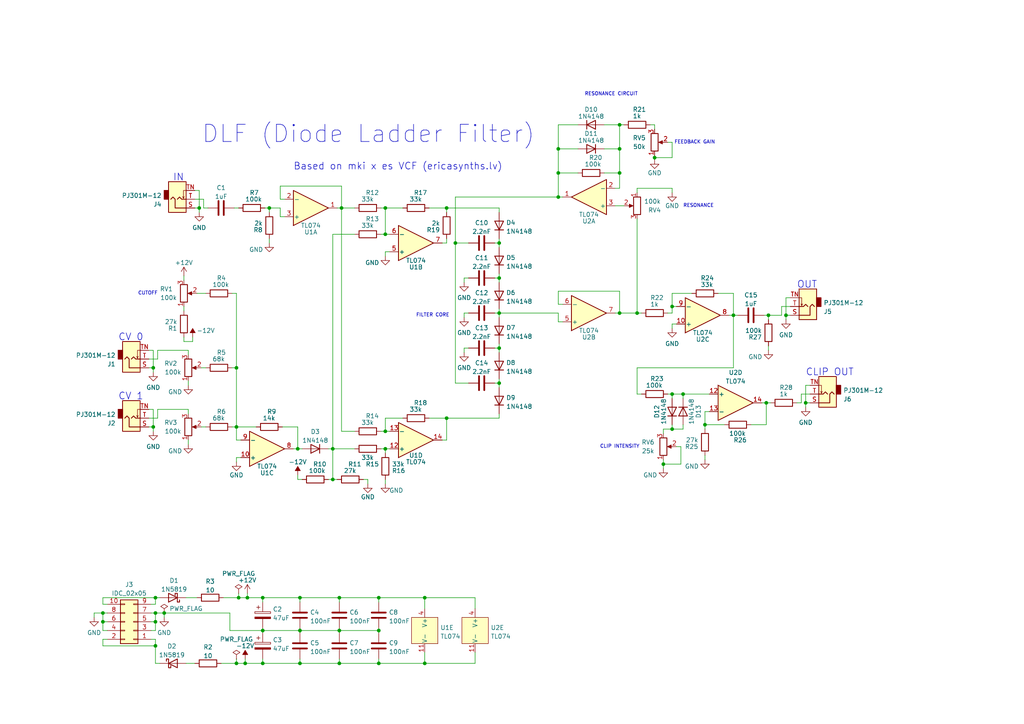
<source format=kicad_sch>
(kicad_sch (version 20211123) (generator eeschema)
  (paper "A4")
  (title_block (title "RW_EM_DLF_A") (date "2022-10-19") (rev "2022-10-19") (comment 1 "Licensed under CERN-OHL-S v2+"))
  (lib_symbols
    (symbol "Connector_Generic:Conn_02x05_Odd_Even" (pin_names (offset 1.016) hide)
      (property "Reference" "J" (at 1.27 7.62 0))
      (property "Value" "Conn_02x05_Odd_Even" (at 1.27 -7.62 0))
      (symbol "Conn_02x05_Odd_Even_1_1"
        (pin passive line (at -5.08 5.08 0) (length 3.81) (name "Pin_1") (number "1"))
        (pin passive line (at 7.62 -5.08 180) (length 3.81) (name "Pin_10") (number "10"))
        (pin passive line (at 7.62 5.08 180) (length 3.81) (name "Pin_2") (number "2"))
        (pin passive line (at -5.08 2.54 0) (length 3.81) (name "Pin_3") (number "3"))
        (pin passive line (at 7.62 2.54 180) (length 3.81) (name "Pin_4") (number "4"))
        (pin passive line (at -5.08 0 0) (length 3.81) (name "Pin_5") (number "5"))
        (pin passive line (at 7.62 0 180) (length 3.81) (name "Pin_6") (number "6"))
        (pin passive line (at -5.08 -2.54 0) (length 3.81) (name "Pin_7") (number "7"))
        (pin passive line (at 7.62 -2.54 180) (length 3.81) (name "Pin_8") (number "8"))
        (pin passive line (at -5.08 -5.08 0) (length 3.81) (name "Pin_9") (number "9"))
      )
    )
    (symbol "Device:C" (pin_numbers hide) (pin_names (offset 0.254))
      (property "Reference" "C" (at 0.635 2.54 0))
      (property "Value" "C" (at 0.635 -2.54 0))
      (symbol "C_1_1"
        (pin passive line (at 0 3.81 270) (length 2.794) (name "~") (number "1"))
        (pin passive line (at 0 -3.81 90) (length 2.794) (name "~") (number "2"))
      )
    )
    (symbol "Device:C_Polarized" (pin_numbers hide) (pin_names (offset 0.254))
      (property "Reference" "C" (at 0.635 2.54 0))
      (property "Value" "C_Polarized" (at 0.635 -2.54 0))
      (symbol "C_Polarized_1_1"
        (pin passive line (at 0 3.81 270) (length 2.794) (name "~") (number "1"))
        (pin passive line (at 0 -3.81 90) (length 2.794) (name "~") (number "2"))
      )
    )
    (symbol "Device:R" (pin_numbers hide) (pin_names (offset 0))
      (property "Reference" "R" (at 2.032 0 90))
      (property "Value" "R" (at 0 0 90))
      (symbol "R_1_1"
        (pin passive line (at 0 3.81 270) (length 1.27) (name "~") (number "1"))
        (pin passive line (at 0 -3.81 90) (length 1.27) (name "~") (number "2"))
      )
    )
    (symbol "Device:R_Potentiometer" (pin_names (offset 1.016) hide)
      (property "Reference" "RV" (at -4.445 0 90))
      (property "Value" "R_Potentiometer" (at -2.54 0 90))
      (symbol "R_Potentiometer_1_1"
        (pin passive line (at 0 3.81 270) (length 1.27) (name "1") (number "1"))
        (pin passive line (at 3.81 0 180) (length 1.27) (name "2") (number "2"))
        (pin passive line (at 0 -3.81 90) (length 1.27) (name "3") (number "3"))
      )
    )
    (symbol "Diode:1N4148" (pin_numbers hide) (pin_names (offset 1.016) hide)
      (property "Reference" "D" (at 0 2.54 0))
      (property "Value" "1N4148" (at 0 -2.54 0))
      (symbol "1N4148_1_1"
        (pin passive line (at -3.81 0 0) (length 2.54) (name "K") (number "1"))
        (pin passive line (at 3.81 0 180) (length 2.54) (name "A") (number "2"))
      )
    )
    (symbol "Diode:1N5819" (pin_numbers hide) (pin_names (offset 1.016) hide)
      (property "Reference" "D" (at 0 2.54 0))
      (property "Value" "1N5819" (at 0 -2.54 0))
      (symbol "1N5819_1_1"
        (pin passive line (at -3.81 0 0) (length 2.54) (name "K") (number "1"))
        (pin passive line (at 3.81 0 180) (length 2.54) (name "A") (number "2"))
      )
    )
    (symbol "PJ301M-12_4"
      (property "Reference" "J" (at 0 8.89 0))
      (property "Value" "PJ301M-12_4" (at 0 6.35 0))
      (symbol "PJ301M-12_4_1_1"
        (pin passive line (at 5.08 2.54 180) (length 2.54) (name "~") (number "S"))
        (pin passive line (at 5.08 0 180) (length 2.54) (name "~") (number "T"))
        (pin passive line (at 5.08 -2.54 180) (length 2.54) (name "~") (number "TN"))
      )
    )
    (symbol "RW_EurorackModular:TL074" (pin_names (offset 0.127))
      (property "Reference" "U" (at 0 5.08 0))
      (property "Value" "TL074" (at 0 -5.08 0))
      (symbol "TL074_1_1"
        (pin output line (at 7.62 0 180) (length 2.54) (name "~") (number "1"))
        (pin input line (at -7.62 -2.54 0) (length 2.54) (name "-") (number "2"))
        (pin input line (at -7.62 2.54 0) (length 2.54) (name "+") (number "3"))
      )
      (symbol "TL074_2_1"
        (pin input line (at -7.62 2.54 0) (length 2.54) (name "+") (number "5"))
        (pin input line (at -7.62 -2.54 0) (length 2.54) (name "-") (number "6"))
        (pin output line (at 7.62 0 180) (length 2.54) (name "~") (number "7"))
      )
      (symbol "TL074_3_1"
        (pin input line (at -7.62 2.54 0) (length 2.54) (name "+") (number "10"))
        (pin output line (at 7.62 0 180) (length 2.54) (name "~") (number "8"))
        (pin input line (at -7.62 -2.54 0) (length 2.54) (name "-") (number "9"))
      )
      (symbol "TL074_4_1"
        (pin input line (at -7.62 2.54 0) (length 2.54) (name "+") (number "12"))
        (pin input line (at -7.62 -2.54 0) (length 2.54) (name "-") (number "13"))
        (pin output line (at 7.62 0 180) (length 2.54) (name "~") (number "14"))
      )
      (symbol "TL074_5_1"
        (pin power_in line (at 0 -6.35 90) (length 2.54) (name "V-") (number "11"))
        (pin power_in line (at 0 6.35 270) (length 2.54) (name "V+") (number "4"))
      )
    )
    (symbol "power:+12V" (power) (pin_names (offset 0))
      (property "Value" "+12V" (at 0 3.556 0))
      (symbol "+12V_1_1"
        (pin power_in line (at 0 0 90) (length 0) hide (name "+12V") (number "1"))
      )
    )
    (symbol "power:-12V" (power) (pin_names (offset 0))
      (property "Value" "-12V" (at 0 3.81 0))
      (symbol "-12V_0_0"
        (pin power_in line (at 0 0 90) (length 0) hide (name "-12V") (number "1"))
      )
    )
    (symbol "power:GND" (power) (pin_names (offset 0))
      (property "Value" "GND" (at 0 -3.81 0))
      (symbol "GND_1_1"
        (pin power_in line (at 0 0 270) (length 0) hide (name "GND") (number "1"))
      )
    )
    (symbol "power:PWR_FLAG" (power) (pin_numbers hide) (pin_names (offset 0) hide)
      (property "Value" "PWR_FLAG" (at 0 3.81 0))
      (symbol "PWR_FLAG_0_0"
        (pin power_out line (at 0 0 90) (length 0) (name "pwr") (number "1"))
      )
    )
  )
  (junction (at 78.105 60.325))
  (junction (at 45.085 187.325))
  (junction (at 144.78 70.485))
  (junction (at 144.78 80.645))
  (junction (at 161.925 50.165))
  (junction (at 96.52 130.175))
  (junction (at 179.705 36.195))
  (junction (at 204.47 123.19))
  (junction (at 161.925 43.18))
  (junction (at 86.995 182.88))
  (junction (at 109.855 192.405))
  (junction (at 96.52 139.065))
  (junction (at 69.215 173.355))
  (junction (at 132.08 70.485))
  (junction (at 189.865 45.72))
  (junction (at 123.19 173.355))
  (junction (at 144.78 111.125))
  (junction (at 44.45 106.68))
  (junction (at 76.2 192.405))
  (junction (at 44.45 123.825))
  (junction (at 47.625 177.8))
  (junction (at 227.965 91.44))
  (junction (at 179.705 50.165))
  (junction (at 233.68 116.84))
  (junction (at 194.945 114.3))
  (junction (at 212.725 91.44))
  (junction (at 123.19 192.405))
  (junction (at 144.78 90.805))
  (junction (at 98.425 182.88))
  (junction (at 68.58 123.825))
  (junction (at 111.76 60.325))
  (junction (at 29.845 180.34))
  (junction (at 111.76 67.945))
  (junction (at 71.12 192.405))
  (junction (at 29.845 177.8))
  (junction (at 98.425 192.405))
  (junction (at 161.925 57.15))
  (junction (at 184.785 90.805))
  (junction (at 68.58 106.68))
  (junction (at 45.085 180.34))
  (junction (at 98.425 173.355))
  (junction (at 68.58 192.405))
  (junction (at 86.995 173.355))
  (junction (at 144.78 100.965))
  (junction (at 222.25 116.84))
  (junction (at 192.405 134.62))
  (junction (at 76.2 182.88))
  (junction (at 129.54 60.325))
  (junction (at 45.085 177.8))
  (junction (at 111.76 130.175))
  (junction (at 109.855 173.355))
  (junction (at 179.705 90.805))
  (junction (at 179.705 43.18))
  (junction (at 194.945 124.46))
  (junction (at 57.785 60.325))
  (junction (at 71.755 173.355))
  (junction (at 86.995 192.405))
  (junction (at 222.885 91.44))
  (junction (at 76.2 173.355))
  (junction (at 198.12 114.3))
  (junction (at 99.06 60.325))
  (junction (at 194.945 88.9))
  (junction (at 86.36 130.175))
  (junction (at 129.54 121.285))
  (junction (at 45.085 173.355))
  (junction (at 111.76 125.095))
  (junction (at 109.855 182.88))
  (wire (pts (xy 81.28 53.975) (xy 99.06 53.975)))
  (wire (pts (xy 44.45 123.825) (xy 43.18 123.825)))
  (wire (pts (xy 95.25 139.065) (xy 96.52 139.065)))
  (wire (pts (xy 56.515 57.785) (xy 59.055 57.785)))
  (wire (pts (xy 45.085 177.8) (xy 47.625 177.8)))
  (wire (pts (xy 86.995 174.625) (xy 86.995 173.355)))
  (wire (pts (xy 189.865 37.465) (xy 189.865 36.195)))
  (wire (pts (xy 53.975 173.355) (xy 57.15 173.355)))
  (wire (pts (xy 76.2 182.245) (xy 76.2 182.88)))
  (wire (pts (xy 111.76 125.095) (xy 113.03 125.095)))
  (wire (pts (xy 45.085 175.26) (xy 43.815 175.26)))
  (wire (pts (xy 99.06 125.095) (xy 102.87 125.095)))
  (wire (pts (xy 163.195 88.265) (xy 161.925 88.265)))
  (wire (pts (xy 194.945 114.3) (xy 194.945 115.57)))
  (wire (pts (xy 66.675 177.8) (xy 66.675 182.88)))
  (wire (pts (xy 109.855 182.88) (xy 109.855 183.515)))
  (wire (pts (xy 212.725 91.44) (xy 211.455 91.44)))
  (wire (pts (xy 44.45 118.745) (xy 43.18 118.745)))
  (wire (pts (xy 45.085 187.325) (xy 45.085 185.42)))
  (wire (pts (xy 144.78 70.485) (xy 144.78 71.755)))
  (wire (pts (xy 71.755 173.355) (xy 71.755 172.085)))
  (wire (pts (xy 137.795 173.355) (xy 137.795 176.53)))
  (wire (pts (xy 233.68 116.84) (xy 233.68 111.76)))
  (wire (pts (xy 161.925 50.165) (xy 161.925 43.18)))
  (wire (pts (xy 99.06 60.325) (xy 97.79 60.325)))
  (wire (pts (xy 227.965 86.36) (xy 229.235 86.36)))
  (wire (pts (xy 233.68 111.76) (xy 234.95 111.76)))
  (wire (pts (xy 204.47 123.19) (xy 204.47 119.38)))
  (wire (pts (xy 194.945 88.9) (xy 194.945 85.09)))
  (wire (pts (xy 194.945 90.805) (xy 194.945 88.9)))
  (wire (pts (xy 192.405 134.62) (xy 192.405 133.35)))
  (wire (pts (xy 82.55 62.865) (xy 81.28 62.865)))
  (wire (pts (xy 76.2 182.88) (xy 76.2 183.515)))
  (wire (pts (xy 57.785 60.325) (xy 56.515 60.325)))
  (wire (pts (xy 96.52 139.065) (xy 97.79 139.065)))
  (wire (pts (xy 123.19 173.355) (xy 123.19 176.53)))
  (wire (pts (xy 192.405 124.46) (xy 192.405 125.73)))
  (wire (pts (xy 44.45 106.68) (xy 44.45 107.95)))
  (wire (pts (xy 68.58 123.825) (xy 67.31 123.825)))
  (wire (pts (xy 135.89 100.965) (xy 134.62 100.965)))
  (wire (pts (xy 29.845 185.42) (xy 29.845 187.325)))
  (wire (pts (xy 144.78 90.805) (xy 144.78 92.075)))
  (wire (pts (xy 71.12 192.405) (xy 71.12 191.135)))
  (wire (pts (xy 109.855 192.405) (xy 123.19 192.405)))
  (wire (pts (xy 197.485 134.62) (xy 192.405 134.62)))
  (wire (pts (xy 99.06 60.325) (xy 99.06 125.095)))
  (wire (pts (xy 111.76 121.285) (xy 111.76 125.095)))
  (wire (pts (xy 194.945 85.09) (xy 200.66 85.09)))
  (wire (pts (xy 29.845 182.88) (xy 31.115 182.88)))
  (wire (pts (xy 184.785 54.61) (xy 194.945 54.61)))
  (wire (pts (xy 222.885 91.44) (xy 226.695 91.44)))
  (wire (pts (xy 179.705 36.195) (xy 175.26 36.195)))
  (wire (pts (xy 129.54 69.215) (xy 129.54 70.485)))
  (wire (pts (xy 45.085 173.355) (xy 45.085 175.26)))
  (wire (pts (xy 111.76 130.175) (xy 111.76 131.445)))
  (wire (pts (xy 98.425 191.135) (xy 98.425 192.405)))
  (wire (pts (xy 232.41 114.3) (xy 232.41 116.84)))
  (wire (pts (xy 194.945 93.98) (xy 194.945 95.25)))
  (wire (pts (xy 111.76 139.065) (xy 111.76 140.335)))
  (wire (pts (xy 194.945 41.275) (xy 193.675 41.275)))
  (wire (pts (xy 29.845 173.355) (xy 45.085 173.355)))
  (wire (pts (xy 86.995 182.245) (xy 86.995 182.88)))
  (wire (pts (xy 78.105 61.595) (xy 78.105 60.325)))
  (wire (pts (xy 76.2 182.88) (xy 86.995 182.88)))
  (wire (pts (xy 69.85 132.715) (xy 68.58 132.715)))
  (wire (pts (xy 161.925 88.265) (xy 161.925 84.455)))
  (wire (pts (xy 86.36 139.065) (xy 87.63 139.065)))
  (wire (pts (xy 134.62 90.805) (xy 134.62 92.075)))
  (wire (pts (xy 59.055 57.785) (xy 59.055 60.325)))
  (wire (pts (xy 208.28 85.09) (xy 212.725 85.09)))
  (wire (pts (xy 86.995 182.88) (xy 98.425 182.88)))
  (wire (pts (xy 222.25 116.84) (xy 222.25 123.19)))
  (wire (pts (xy 231.14 116.84) (xy 232.41 116.84)))
  (wire (pts (xy 113.03 73.025) (xy 111.76 73.025)))
  (wire (pts (xy 44.45 106.68) (xy 44.45 101.6)))
  (wire (pts (xy 109.855 173.355) (xy 123.19 173.355)))
  (wire (pts (xy 124.46 60.325) (xy 129.54 60.325)))
  (wire (pts (xy 99.06 53.975) (xy 99.06 60.325)))
  (wire (pts (xy 86.995 192.405) (xy 86.995 191.135)))
  (wire (pts (xy 78.105 60.325) (xy 81.28 60.325)))
  (wire (pts (xy 222.25 116.84) (xy 223.52 116.84)))
  (wire (pts (xy 53.34 97.79) (xy 53.34 99.06)))
  (wire (pts (xy 111.76 60.325) (xy 116.84 60.325)))
  (wire (pts (xy 194.945 124.46) (xy 192.405 124.46)))
  (wire (pts (xy 227.965 91.44) (xy 227.965 86.36)))
  (wire (pts (xy 144.78 100.965) (xy 144.78 102.235)))
  (wire (pts (xy 178.435 59.69) (xy 180.975 59.69)))
  (wire (pts (xy 67.945 60.325) (xy 69.215 60.325)))
  (wire (pts (xy 105.41 139.065) (xy 106.68 139.065)))
  (wire (pts (xy 143.51 90.805) (xy 144.78 90.805)))
  (wire (pts (xy 45.085 180.34) (xy 45.085 182.88)))
  (wire (pts (xy 67.31 106.68) (xy 68.58 106.68)))
  (wire (pts (xy 54.61 101.6) (xy 54.61 102.87)))
  (wire (pts (xy 198.12 124.46) (xy 194.945 124.46)))
  (wire (pts (xy 193.675 90.805) (xy 194.945 90.805)))
  (wire (pts (xy 132.08 70.485) (xy 135.89 70.485)))
  (wire (pts (xy 129.54 121.285) (xy 129.54 127.635)))
  (wire (pts (xy 59.055 60.325) (xy 60.325 60.325)))
  (wire (pts (xy 57.785 60.325) (xy 57.785 61.595)))
  (wire (pts (xy 47.625 177.8) (xy 47.625 179.07)))
  (wire (pts (xy 212.725 91.44) (xy 213.995 91.44)))
  (wire (pts (xy 102.87 67.945) (xy 96.52 67.945)))
  (wire (pts (xy 110.49 125.095) (xy 111.76 125.095)))
  (wire (pts (xy 233.68 116.84) (xy 233.68 118.11)))
  (wire (pts (xy 86.995 173.355) (xy 98.425 173.355)))
  (wire (pts (xy 198.12 123.19) (xy 198.12 124.46)))
  (wire (pts (xy 144.78 121.285) (xy 144.78 120.015)))
  (wire (pts (xy 98.425 182.88) (xy 98.425 182.245)))
  (wire (pts (xy 116.84 121.285) (xy 111.76 121.285)))
  (wire (pts (xy 44.45 123.825) (xy 44.45 125.095)))
  (wire (pts (xy 234.95 114.3) (xy 232.41 114.3)))
  (wire (pts (xy 29.845 187.325) (xy 45.085 187.325)))
  (wire (pts (xy 44.45 101.6) (xy 43.18 101.6)))
  (wire (pts (xy 161.925 93.345) (xy 163.195 93.345)))
  (wire (pts (xy 86.995 192.405) (xy 98.425 192.405)))
  (wire (pts (xy 96.52 67.945) (xy 96.52 130.175)))
  (wire (pts (xy 179.705 50.165) (xy 179.705 43.18)))
  (wire (pts (xy 58.42 123.825) (xy 59.69 123.825)))
  (wire (pts (xy 68.58 192.405) (xy 68.58 191.135)))
  (wire (pts (xy 27.305 177.8) (xy 27.305 179.07)))
  (wire (pts (xy 78.105 60.325) (xy 76.835 60.325)))
  (wire (pts (xy 44.45 123.825) (xy 44.45 118.745)))
  (wire (pts (xy 81.28 62.865) (xy 81.28 60.325)))
  (wire (pts (xy 135.89 90.805) (xy 134.62 90.805)))
  (wire (pts (xy 57.15 85.09) (xy 59.69 85.09)))
  (wire (pts (xy 123.19 173.355) (xy 137.795 173.355)))
  (wire (pts (xy 86.36 130.175) (xy 87.63 130.175)))
  (wire (pts (xy 98.425 182.88) (xy 98.425 183.515)))
  (wire (pts (xy 196.215 93.98) (xy 194.945 93.98)))
  (wire (pts (xy 196.215 129.54) (xy 197.485 129.54)))
  (wire (pts (xy 194.945 88.9) (xy 196.215 88.9)))
  (wire (pts (xy 47.625 177.8) (xy 66.675 177.8)))
  (wire (pts (xy 98.425 192.405) (xy 109.855 192.405)))
  (wire (pts (xy 68.58 132.715) (xy 68.58 133.985)))
  (wire (pts (xy 44.45 106.68) (xy 43.18 106.68)))
  (wire (pts (xy 54.61 118.745) (xy 54.61 120.015)))
  (wire (pts (xy 86.995 182.88) (xy 86.995 183.515)))
  (wire (pts (xy 53.34 88.9) (xy 53.34 90.17)))
  (wire (pts (xy 184.785 114.3) (xy 186.055 114.3)))
  (wire (pts (xy 204.47 132.08) (xy 204.47 133.35)))
  (wire (pts (xy 212.725 106.68) (xy 184.785 106.68)))
  (wire (pts (xy 45.085 185.42) (xy 43.815 185.42)))
  (wire (pts (xy 129.54 70.485) (xy 128.27 70.485)))
  (wire (pts (xy 58.42 106.68) (xy 59.69 106.68)))
  (wire (pts (xy 194.945 124.46) (xy 194.945 123.19)))
  (wire (pts (xy 189.865 45.085) (xy 189.865 45.72)))
  (wire (pts (xy 45.085 182.88) (xy 43.815 182.88)))
  (wire (pts (xy 161.925 36.195) (xy 161.925 43.18)))
  (wire (pts (xy 194.945 114.3) (xy 198.12 114.3)))
  (wire (pts (xy 124.46 121.285) (xy 129.54 121.285)))
  (wire (pts (xy 184.785 63.5) (xy 184.785 90.805)))
  (wire (pts (xy 111.76 73.025) (xy 111.76 74.295)))
  (wire (pts (xy 29.845 175.26) (xy 29.845 173.355)))
  (wire (pts (xy 31.115 177.8) (xy 29.845 177.8)))
  (wire (pts (xy 212.725 85.09) (xy 212.725 91.44)))
  (wire (pts (xy 69.215 173.355) (xy 69.215 172.085)))
  (wire (pts (xy 74.295 123.825) (xy 68.58 123.825)))
  (wire (pts (xy 144.78 89.535) (xy 144.78 90.805)))
  (wire (pts (xy 64.77 173.355) (xy 69.215 173.355)))
  (wire (pts (xy 129.54 60.325) (xy 129.54 61.595)))
  (wire (pts (xy 31.115 175.26) (xy 29.845 175.26)))
  (wire (pts (xy 76.2 174.625) (xy 76.2 173.355)))
  (wire (pts (xy 161.925 57.15) (xy 161.925 50.165)))
  (wire (pts (xy 179.705 90.805) (xy 178.435 90.805)))
  (wire (pts (xy 98.425 173.355) (xy 109.855 173.355)))
  (wire (pts (xy 96.52 130.175) (xy 102.87 130.175)))
  (wire (pts (xy 189.865 36.195) (xy 188.595 36.195)))
  (wire (pts (xy 221.615 91.44) (xy 222.885 91.44)))
  (wire (pts (xy 189.865 45.72) (xy 189.865 46.355)))
  (wire (pts (xy 71.755 173.355) (xy 76.2 173.355)))
  (wire (pts (xy 134.62 100.965) (xy 134.62 102.235)))
  (wire (pts (xy 81.28 57.785) (xy 81.28 53.975)))
  (wire (pts (xy 135.89 80.645) (xy 134.62 80.645)))
  (wire (pts (xy 197.485 129.54) (xy 197.485 134.62)))
  (wire (pts (xy 179.705 84.455) (xy 179.705 90.805)))
  (wire (pts (xy 123.19 192.405) (xy 137.795 192.405)))
  (wire (pts (xy 66.675 182.88) (xy 76.2 182.88)))
  (wire (pts (xy 55.88 99.06) (xy 55.88 97.79)))
  (wire (pts (xy 143.51 80.645) (xy 144.78 80.645)))
  (wire (pts (xy 144.78 111.125) (xy 144.78 112.395)))
  (wire (pts (xy 68.58 85.09) (xy 68.58 106.68)))
  (wire (pts (xy 220.98 116.84) (xy 222.25 116.84)))
  (wire (pts (xy 76.2 173.355) (xy 86.995 173.355)))
  (wire (pts (xy 29.845 177.8) (xy 29.845 180.34)))
  (wire (pts (xy 111.76 67.945) (xy 113.03 67.945)))
  (wire (pts (xy 54.61 110.49) (xy 54.61 111.76)))
  (wire (pts (xy 110.49 60.325) (xy 111.76 60.325)))
  (wire (pts (xy 137.795 189.23) (xy 137.795 192.405)))
  (wire (pts (xy 189.865 45.72) (xy 194.945 45.72)))
  (wire (pts (xy 129.54 127.635) (xy 128.27 127.635)))
  (wire (pts (xy 192.405 134.62) (xy 192.405 135.89)))
  (wire (pts (xy 129.54 60.325) (xy 144.78 60.325)))
  (wire (pts (xy 144.78 80.645) (xy 144.78 81.915)))
  (wire (pts (xy 111.76 130.175) (xy 113.03 130.175)))
  (wire (pts (xy 45.085 173.355) (xy 46.355 173.355)))
  (wire (pts (xy 123.19 189.23) (xy 123.19 192.405)))
  (wire (pts (xy 212.725 91.44) (xy 212.725 106.68)))
  (wire (pts (xy 204.47 119.38) (xy 205.74 119.38)))
  (wire (pts (xy 99.06 60.325) (xy 102.87 60.325)))
  (wire (pts (xy 109.855 191.135) (xy 109.855 192.405)))
  (wire (pts (xy 135.89 111.125) (xy 132.08 111.125)))
  (wire (pts (xy 98.425 182.88) (xy 109.855 182.88)))
  (wire (pts (xy 129.54 121.285) (xy 144.78 121.285)))
  (wire (pts (xy 53.34 80.01) (xy 53.34 81.28)))
  (wire (pts (xy 45.085 177.8) (xy 45.085 180.34)))
  (wire (pts (xy 222.25 123.19) (xy 217.805 123.19)))
  (wire (pts (xy 226.695 88.9) (xy 226.695 91.44)))
  (wire (pts (xy 233.68 116.84) (xy 234.95 116.84)))
  (wire (pts (xy 29.845 180.34) (xy 31.115 180.34)))
  (wire (pts (xy 82.55 57.785) (xy 81.28 57.785)))
  (wire (pts (xy 161.925 50.165) (xy 167.64 50.165)))
  (wire (pts (xy 57.785 60.325) (xy 57.785 55.245)))
  (wire (pts (xy 163.195 57.15) (xy 161.925 57.15)))
  (wire (pts (xy 227.965 91.44) (xy 229.235 91.44)))
  (wire (pts (xy 106.68 139.065) (xy 106.68 140.335)))
  (wire (pts (xy 57.785 55.245) (xy 56.515 55.245)))
  (wire (pts (xy 68.58 127.635) (xy 69.85 127.635)))
  (wire (pts (xy 143.51 70.485) (xy 144.78 70.485)))
  (wire (pts (xy 132.08 70.485) (xy 132.08 57.15)))
  (wire (pts (xy 144.78 99.695) (xy 144.78 100.965)))
  (wire (pts (xy 134.62 80.645) (xy 134.62 81.915)))
  (wire (pts (xy 81.915 123.825) (xy 86.36 123.825)))
  (wire (pts (xy 45.72 101.6) (xy 54.61 101.6)))
  (wire (pts (xy 144.78 79.375) (xy 144.78 80.645)))
  (wire (pts (xy 45.085 187.325) (xy 45.085 192.405)))
  (wire (pts (xy 204.47 123.19) (xy 204.47 124.46)))
  (wire (pts (xy 68.58 106.68) (xy 68.58 123.825)))
  (wire (pts (xy 76.2 192.405) (xy 86.995 192.405)))
  (wire (pts (xy 210.185 123.19) (xy 204.47 123.19)))
  (wire (pts (xy 45.72 104.14) (xy 45.72 101.6)))
  (wire (pts (xy 194.945 45.72) (xy 194.945 41.275)))
  (wire (pts (xy 178.435 54.61) (xy 179.705 54.61)))
  (wire (pts (xy 43.18 104.14) (xy 45.72 104.14)))
  (wire (pts (xy 43.815 180.34) (xy 45.085 180.34)))
  (wire (pts (xy 29.845 185.42) (xy 31.115 185.42)))
  (wire (pts (xy 143.51 100.965) (xy 144.78 100.965)))
  (wire (pts (xy 229.235 88.9) (xy 226.695 88.9)))
  (wire (pts (xy 68.58 123.825) (xy 68.58 127.635)))
  (wire (pts (xy 43.815 177.8) (xy 45.085 177.8)))
  (wire (pts (xy 184.785 90.805) (xy 186.055 90.805)))
  (wire (pts (xy 71.12 192.405) (xy 76.2 192.405)))
  (wire (pts (xy 54.61 127.635) (xy 54.61 128.905)))
  (wire (pts (xy 109.855 182.88) (xy 109.855 182.245)))
  (wire (pts (xy 184.785 55.88) (xy 184.785 54.61)))
  (wire (pts (xy 179.705 43.18) (xy 179.705 36.195)))
  (wire (pts (xy 76.2 191.135) (xy 76.2 192.405)))
  (wire (pts (xy 96.52 130.175) (xy 96.52 139.065)))
  (wire (pts (xy 222.885 100.33) (xy 222.885 101.6)))
  (wire (pts (xy 175.26 50.165) (xy 179.705 50.165)))
  (wire (pts (xy 167.64 36.195) (xy 161.925 36.195)))
  (wire (pts (xy 78.105 69.215) (xy 78.105 70.485)))
  (wire (pts (xy 198.12 114.3) (xy 205.74 114.3)))
  (wire (pts (xy 45.72 118.745) (xy 54.61 118.745)))
  (wire (pts (xy 98.425 173.355) (xy 98.425 174.625)))
  (wire (pts (xy 193.675 114.3) (xy 194.945 114.3)))
  (wire (pts (xy 184.785 106.68) (xy 184.785 114.3)))
  (wire (pts (xy 110.49 67.945) (xy 111.76 67.945)))
  (wire (pts (xy 85.09 130.175) (xy 86.36 130.175)))
  (wire (pts (xy 29.845 177.8) (xy 27.305 177.8)))
  (wire (pts (xy 53.34 99.06) (xy 55.88 99.06)))
  (wire (pts (xy 144.78 69.215) (xy 144.78 70.485)))
  (wire (pts (xy 227.965 91.44) (xy 227.965 92.71)))
  (wire (pts (xy 45.085 192.405) (xy 46.355 192.405)))
  (wire (pts (xy 179.705 36.195) (xy 180.975 36.195)))
  (wire (pts (xy 184.785 90.805) (xy 179.705 90.805)))
  (wire (pts (xy 109.855 174.625) (xy 109.855 173.355)))
  (wire (pts (xy 161.925 43.18) (xy 167.64 43.18)))
  (wire (pts (xy 144.78 90.805) (xy 161.925 90.805)))
  (wire (pts (xy 67.31 85.09) (xy 68.58 85.09)))
  (wire (pts (xy 64.135 192.405) (xy 68.58 192.405)))
  (wire (pts (xy 132.08 111.125) (xy 132.08 70.485)))
  (wire (pts (xy 198.12 114.3) (xy 198.12 115.57)))
  (wire (pts (xy 161.925 90.805) (xy 161.925 93.345)))
  (wire (pts (xy 143.51 111.125) (xy 144.78 111.125)))
  (wire (pts (xy 69.215 173.355) (xy 71.755 173.355)))
  (wire (pts (xy 86.36 137.795) (xy 86.36 139.065)))
  (wire (pts (xy 161.925 84.455) (xy 179.705 84.455)))
  (wire (pts (xy 222.885 91.44) (xy 222.885 92.71)))
  (wire (pts (xy 111.76 60.325) (xy 111.76 67.945)))
  (wire (pts (xy 175.26 43.18) (xy 179.705 43.18)))
  (wire (pts (xy 110.49 130.175) (xy 111.76 130.175)))
  (wire (pts (xy 194.945 54.61) (xy 194.945 55.88)))
  (wire (pts (xy 132.08 57.15) (xy 161.925 57.15)))
  (wire (pts (xy 144.78 60.325) (xy 144.78 61.595)))
  (wire (pts (xy 144.78 109.855) (xy 144.78 111.125)))
  (wire (pts (xy 95.25 130.175) (xy 96.52 130.175)))
  (wire (pts (xy 43.18 121.285) (xy 45.72 121.285)))
  (wire (pts (xy 29.845 180.34) (xy 29.845 182.88)))
  (wire (pts (xy 53.975 192.405) (xy 56.515 192.405)))
  (wire (pts (xy 45.72 121.285) (xy 45.72 118.745)))
  (wire (pts (xy 179.705 54.61) (xy 179.705 50.165)))
  (wire (pts (xy 86.36 123.825) (xy 86.36 130.175)))
  (wire (pts (xy 68.58 192.405) (xy 71.12 192.405)))
  (text "CLIP OUT" (at 233.68 109.22 0) (effects (font (size 2 2)) (justify left bottom)))
  (text "FEEDBACK GAIN" (at 195.58 41.91 0) (effects (font (size 1 1)) (justify left bottom)))
  (text "CV 1" (at 34.29 116.205 0) (effects (font (size 2 2)) (justify left bottom)))
  (text "CV 0" (at 34.29 99.06 0) (effects (font (size 2 2)) (justify left bottom)))
  (text "CLIP INTENSITY" (at 173.99 130.175 0) (effects (font (size 1 1)) (justify left bottom)))
  (text "FILTER CORE" (at 120.65 92.075 0) (effects (font (size 1 1)) (justify left bottom)))
  (text "IN" (at 50.165 52.705 0) (effects (font (size 2 2)) (justify left bottom)))
  (text "RESONANCE CIRCUIT" (at 169.545 27.94 0) (effects (font (size 1 1)) (justify left bottom)))
  (text "RESONANCE" (at 198.12 60.325 0) (effects (font (size 1 1)) (justify left bottom)))
  (text "Based on mki x es VCF (ericasynths.lv)" (at 85.09 49.53 0) (effects (font (size 2 2)) (justify left bottom)))
  (text "DLF (Diode Ladder Filter)" (at 58.42 41.91 0) (effects (font (size 5 5)) (justify left bottom)))
  (text "CUTOFF" (at 40.005 85.725 0) (effects (font (size 1 1)) (justify left bottom)))
  (text "OUT" (at 231.14 83.82 0) (effects (font (size 2 2)) (justify left bottom)))
  (symbol (lib_id "power:GND") (at 194.945 55.88 0) (unit 1)
    (property "Reference" "#PWR023" (effects hide))
    (property "Value" "GND" (at 194.945 59.69 0))
  )
  (symbol (lib_id "Device:R") (at 91.44 139.065 270) (unit 1)
    (property "Reference" "R10" (at 90.805 134.62 90) (effects (justify left)))
    (property "Value" "100k" (at 89.535 136.525 90) (effects (justify left)))
    (property "Footprint" "Resistor_THT:R_Axial_DIN0207_L6.3mm_D2.5mm_P10.16mm_Horizontal" (effects hide))
  )
  (symbol (lib_id "Device:R") (at 120.65 60.325 270) (unit 1)
    (property "Reference" "R17" (at 120.015 55.88 90) (effects (justify left)))
    (property "Value" "33k" (at 118.745 57.785 90) (effects (justify left)))
    (property "Footprint" "Resistor_THT:R_Axial_DIN0207_L6.3mm_D2.5mm_P2.54mm_Vertical" (effects hide))
  )
  (symbol (lib_id "Device:R") (at 78.105 123.825 270) (unit 1)
    (property "Reference" "R9" (at 77.47 119.38 90) (effects (justify left)))
    (property "Value" "14k" (at 76.2 121.285 90) (effects (justify left)))
    (property "Footprint" "Resistor_THT:R_Axial_DIN0207_L6.3mm_D2.5mm_P2.54mm_Vertical" (effects hide))
  )
  (symbol (lib_id "Device:C") (at 139.7 80.645 90) (unit 1)
    (property "Reference" "C11" (at 139.7 74.7862 90))
    (property "Value" "2.2nF" (at 139.7 77.3231 90))
    (property "Footprint" "Capacitor_THT:C_Rect_L7.2mm_W5.5mm_P5.00mm_FKS2_FKP2_MKS2_MKP2" (effects hide))
  )
  (symbol (lib_id "Diode:1N4148") (at 171.45 36.195 0) (mirror x) (unit 1)
    (property "Reference" "D10" (at 171.45 31.75 0))
    (property "Value" "1N4148" (at 171.45 33.7621 0))
    (property "Footprint" "Diode_THT:D_DO-35_SOD27_P7.62mm_Horizontal" (effects hide))
    (property "Datasheet" "https://assets.nexperia.com/documents/data-sheet/1N4148_1N4448.pdf" (effects hide))
  )
  (symbol (lib_id "Device:R_Potentiometer") (at 53.34 85.09 0) (mirror x) (unit 1)
    (property "Reference" "RV1" (at 48.26 83.82 0))
    (property "Value" "100k" (at 48.895 86.36 0))
    (property "Footprint" "RW_EurorackModular:Potentiometer_Alpha_RD901F-40-00D_Single_Vertical" (effects hide))
  )
  (symbol (lib_id "Device:R") (at 222.885 96.52 180) (unit 1)
    (property "Reference" "R27" (at 220.98 97.79 0) (effects (justify left)))
    (property "Value" "100k" (at 220.98 95.885 0) (effects (justify left)))
    (property "Footprint" "Resistor_THT:R_Axial_DIN0207_L6.3mm_D2.5mm_P2.54mm_Vertical" (effects hide))
  )
  (symbol (lib_id "power:GND") (at 44.45 125.095 0) (unit 1)
    (property "Reference" "#PWR03" (effects hide))
    (property "Value" "GND" (at 44.45 129.5384 0))
  )
  (symbol (lib_id "Device:R") (at 106.68 60.325 270) (unit 1)
    (property "Reference" "R12" (at 106.045 55.88 90) (effects (justify left)))
    (property "Value" "33k" (at 104.775 57.785 90) (effects (justify left)))
    (property "Footprint" "Resistor_THT:R_Axial_DIN0207_L6.3mm_D2.5mm_P2.54mm_Vertical" (effects hide))
  )
  (symbol (lib_id "power:GND") (at 111.76 140.335 0) (unit 1)
    (property "Reference" "#PWR017" (effects hide))
    (property "Value" "GND" (at 114.935 142.24 0))
  )
  (symbol (lib_id "power:PWR_FLAG") (at 69.215 172.085 0) (unit 1)
    (property "Reference" "#FLG03" (effects hide))
    (property "Value" "PWR_FLAG" (at 69.215 166.37 0))
  )
  (symbol (lib_id "Device:R") (at 63.5 106.68 270) (unit 1)
    (property "Reference" "R5" (at 62.865 102.235 90) (effects (justify left)))
    (property "Value" "68k" (at 61.595 104.14 90) (effects (justify left)))
    (property "Footprint" "Resistor_THT:R_Axial_DIN0207_L6.3mm_D2.5mm_P2.54mm_Vertical" (effects hide))
  )
  (symbol (lib_id "Diode:1N4148") (at 171.45 43.18 180) (unit 1)
    (property "Reference" "D11" (at 171.45 38.735 0))
    (property "Value" "1N4148" (at 171.45 40.7471 0))
    (property "Footprint" "Diode_THT:D_DO-35_SOD27_P7.62mm_Horizontal" (effects hide))
    (property "Datasheet" "https://assets.nexperia.com/documents/data-sheet/1N4148_1N4448.pdf" (effects hide))
  )
  (symbol (lib_id "Device:R") (at 213.995 123.19 270) (mirror x) (unit 1)
    (property "Reference" "R26" (at 212.725 127.635 90) (effects (justify left)))
    (property "Value" "100k" (at 211.455 125.73 90) (effects (justify left)))
    (property "Footprint" "Resistor_THT:R_Axial_DIN0207_L6.3mm_D2.5mm_P2.54mm_Vertical" (effects hide))
  )
  (symbol (lib_id "Device:C") (at 98.425 187.325 0) (unit 1)
    (property "Reference" "C7" (at 101.346 186.4903 0) (effects (justify left)))
    (property "Value" "100nF" (at 101.346 189.0272 0) (effects (justify left)))
    (property "Footprint" "Capacitor_THT:C_Disc_D5.0mm_W2.5mm_P5.00mm" (effects hide))
  )
  (symbol (lib_id "Device:C") (at 217.805 91.44 90) (unit 1)
    (property "Reference" "C15" (at 217.805 85.5812 90))
    (property "Value" "1uF" (at 217.805 88.1181 90))
    (property "Footprint" "Capacitor_THT:C_Rect_L7.2mm_W4.5mm_P5.00mm_FKS2_FKP2_MKS2_MKP2" (effects hide))
  )
  (symbol (lib_id "Device:R") (at 204.47 128.27 180) (unit 1)
    (property "Reference" "R25" (at 202.565 129.54 0) (effects (justify left)))
    (property "Value" "27k" (at 202.565 127.635 0) (effects (justify left)))
    (property "Footprint" "Resistor_THT:R_Axial_DIN0207_L6.3mm_D2.5mm_P2.54mm_Vertical" (effects hide))
  )
  (symbol (lib_id "power:GND") (at 68.58 133.985 0) (unit 1)
    (property "Reference" "#PWR010" (effects hide))
    (property "Value" "GND" (at 68.58 137.795 0))
  )
  (symbol (lib_id "power:GND") (at 134.62 102.235 0) (unit 1)
    (property "Reference" "#PWR020" (effects hide))
    (property "Value" "GND" (at 134.62 106.6784 0))
  )
  (symbol (lib_id "Diode:1N4148") (at 144.78 65.405 90) (unit 1)
    (property "Reference" "D4" (at 146.812 64.5703 90) (effects (justify right)))
    (property "Value" "1N4148" (at 146.812 67.1072 90) (effects (justify right)))
    (property "Footprint" "Diode_THT:D_DO-35_SOD27_P7.62mm_Horizontal" (effects hide))
    (property "Datasheet" "https://assets.nexperia.com/documents/data-sheet/1N4148_1N4448.pdf" (effects hide))
  )
  (symbol (lib_id "Device:C") (at 109.855 187.325 0) (unit 1)
    (property "Reference" "C9" (at 112.776 186.4903 0) (effects (justify left)))
    (property "Value" "100nF" (at 112.776 189.0272 0) (effects (justify left)))
    (property "Footprint" "Capacitor_THT:C_Disc_D5.0mm_W2.5mm_P5.00mm" (effects hide))
  )
  (symbol (lib_id "Device:R") (at 106.68 130.175 270) (mirror x) (unit 1)
    (property "Reference" "R15" (at 106.045 134.62 90) (effects (justify left)))
    (property "Value" "33k" (at 104.775 132.715 90) (effects (justify left)))
    (property "Footprint" "Resistor_THT:R_Axial_DIN0207_L6.3mm_D2.5mm_P10.16mm_Horizontal" (effects hide))
  )
  (symbol (lib_name "PJ301M-12_4") (lib_id "RW_EurorackModular:PJ301M-12") (at 234.315 88.9 180) (unit 1)
    (property "Reference" "J5" (at 238.887 90.3697 0) (effects (justify right)))
    (property "Value" "PJ301M-12" (at 238.887 87.8328 0) (effects (justify right)))
    (property "Footprint" "RW_EurorackModular:PJ301M-12" (effects hide))
  )
  (symbol (lib_id "Connector_Generic:Conn_02x05_Odd_Even") (at 38.735 180.34 180) (unit 1)
    (property "Reference" "J3" (at 37.465 169.545 0))
    (property "Value" "IDC_02x05" (at 37.465 172.085 0))
    (property "Footprint" "Connector_IDC:IDC-Header_2x05_P2.54mm_Vertical" (effects hide))
  )
  (symbol (lib_id "power:GND") (at 134.62 92.075 0) (unit 1)
    (property "Reference" "#PWR019" (effects hide))
    (property "Value" "GND" (at 134.62 96.5184 0))
  )
  (symbol (lib_id "Device:R") (at 106.68 125.095 270) (unit 1)
    (property "Reference" "R14" (at 106.045 120.65 90) (effects (justify left)))
    (property "Value" "33k" (at 104.775 122.555 90) (effects (justify left)))
    (property "Footprint" "Resistor_THT:R_Axial_DIN0207_L6.3mm_D2.5mm_P10.16mm_Horizontal" (effects hide))
  )
  (symbol (lib_id "RW_EurorackModular:TL074") (at 120.65 127.635 0) (mirror x) (unit 4)
    (property "Reference" "U1" (at 120.65 132.08 0))
    (property "Value" "TL074" (at 120.65 133.985 0))
  )
  (symbol (lib_id "Diode:1N4148") (at 91.44 130.175 180) (unit 1)
    (property "Reference" "D3" (at 91.44 125.2052 0))
    (property "Value" "1N4148" (at 91.44 127.7421 0))
    (property "Footprint" "Diode_THT:D_DO-35_SOD27_P7.62mm_Horizontal" (effects hide))
    (property "Datasheet" "https://assets.nexperia.com/documents/data-sheet/1N4148_1N4448.pdf" (effects hide))
  )
  (symbol (lib_id "Device:C") (at 139.7 70.485 90) (unit 1)
    (property "Reference" "C10" (at 139.7 64.6262 90))
    (property "Value" "2.2nF" (at 139.7 67.1631 90))
    (property "Footprint" "Capacitor_THT:C_Rect_L7.2mm_W5.5mm_P5.00mm_FKS2_FKP2_MKS2_MKP2" (effects hide))
  )
  (symbol (lib_id "power:+12V") (at 53.34 80.01 0) (unit 1)
    (property "Reference" "#PWR05" (effects hide))
    (property "Value" "+12V" (at 53.34 76.2 0))
  )
  (symbol (lib_id "Device:R") (at 78.105 65.405 180) (unit 1)
    (property "Reference" "R8" (at 76.2 66.675 0) (effects (justify left)))
    (property "Value" "2k" (at 76.2 64.77 0) (effects (justify left)))
    (property "Footprint" "Resistor_THT:R_Axial_DIN0207_L6.3mm_D2.5mm_P2.54mm_Vertical" (effects hide))
  )
  (symbol (lib_id "Device:R") (at 60.96 173.355 90) (unit 1)
    (property "Reference" "R3" (at 60.96 168.6392 90))
    (property "Value" "10" (at 60.96 171.1761 90))
    (property "Footprint" "Resistor_THT:R_Axial_DIN0207_L6.3mm_D2.5mm_P10.16mm_Horizontal" (effects hide))
  )
  (symbol (lib_id "RW_EurorackModular:TL074") (at 170.815 57.15 180) (unit 1)
    (property "Reference" "U2" (at 170.815 64.135 0))
    (property "Value" "TL074" (at 170.815 62.23 0))
  )
  (symbol (lib_id "Device:R") (at 120.65 121.285 270) (unit 1)
    (property "Reference" "R18" (at 120.015 116.84 90) (effects (justify left)))
    (property "Value" "33k" (at 118.745 118.745 90) (effects (justify left)))
    (property "Footprint" "Resistor_THT:R_Axial_DIN0207_L6.3mm_D2.5mm_P10.16mm_Horizontal" (effects hide))
  )
  (symbol (lib_id "Device:R") (at 63.5 85.09 270) (unit 1)
    (property "Reference" "R4" (at 62.865 80.645 90) (effects (justify left)))
    (property "Value" "100k" (at 61.595 82.55 90) (effects (justify left)))
    (property "Footprint" "Resistor_THT:R_Axial_DIN0207_L6.3mm_D2.5mm_P2.54mm_Vertical" (effects hide))
  )
  (symbol (lib_id "Device:C") (at 139.7 100.965 90) (unit 1)
    (property "Reference" "C13" (at 139.7 95.1062 90))
    (property "Value" "2.2nF" (at 139.7 97.6431 90))
    (property "Footprint" "Capacitor_THT:C_Rect_L7.2mm_W5.5mm_P5.00mm_FKS2_FKP2_MKS2_MKP2" (effects hide))
  )
  (symbol (lib_id "Device:R") (at 101.6 139.065 270) (unit 1)
    (property "Reference" "R11" (at 100.965 134.62 90) (effects (justify left)))
    (property "Value" "27k" (at 99.695 136.525 90) (effects (justify left)))
    (property "Footprint" "Resistor_THT:R_Axial_DIN0207_L6.3mm_D2.5mm_P10.16mm_Horizontal" (effects hide))
  )
  (symbol (lib_id "Device:R_Potentiometer") (at 184.785 59.69 0) (mirror y) (unit 1)
    (property "Reference" "RV4" (at 189.865 60.96 0))
    (property "Value" "100k" (at 189.23 58.42 0))
    (property "Footprint" "RW_EurorackModular:Potentiometer_R0904N_SongHuei" (effects hide))
  )
  (symbol (lib_id "Diode:1N4148") (at 144.78 116.205 90) (unit 1)
    (property "Reference" "D9" (at 146.812 115.3703 90) (effects (justify right)))
    (property "Value" "1N4148" (at 146.812 117.9072 90) (effects (justify right)))
    (property "Footprint" "Diode_THT:D_DO-35_SOD27_P7.62mm_Horizontal" (effects hide))
    (property "Datasheet" "https://assets.nexperia.com/documents/data-sheet/1N4148_1N4448.pdf" (effects hide))
  )
  (symbol (lib_name "PJ301M-12_4") (lib_id "RW_EurorackModular:PJ301M-12") (at 38.1 121.285 0) (mirror x) (unit 1)
    (property "Reference" "J2" (at 33.528 122.7547 0) (effects (justify right)))
    (property "Value" "PJ301M-12" (at 33.528 120.2178 0) (effects (justify right)))
    (property "Footprint" "RW_EurorackModular:PJ301M-12" (effects hide))
  )
  (symbol (lib_id "Diode:1N4148") (at 144.78 106.045 90) (unit 1)
    (property "Reference" "D8" (at 146.812 105.2103 90) (effects (justify right)))
    (property "Value" "1N4148" (at 146.812 107.7472 90) (effects (justify right)))
    (property "Footprint" "Diode_THT:D_DO-35_SOD27_P7.62mm_Horizontal" (effects hide))
    (property "Datasheet" "https://assets.nexperia.com/documents/data-sheet/1N4148_1N4448.pdf" (effects hide))
  )
  (symbol (lib_id "Device:R") (at 111.76 135.255 0) (mirror x) (unit 1)
    (property "Reference" "R16" (at 113.665 136.525 0) (effects (justify left)))
    (property "Value" "33k" (at 113.665 134.62 0) (effects (justify left)))
    (property "Footprint" "Resistor_THT:R_Axial_DIN0207_L6.3mm_D2.5mm_P10.16mm_Horizontal" (effects hide))
  )
  (symbol (lib_id "RW_EurorackModular:TL074") (at 77.47 130.175 0) (mirror x) (unit 3)
    (property "Reference" "U1" (at 77.47 137.16 0))
    (property "Value" "TL074" (at 77.47 135.255 0))
  )
  (symbol (lib_id "RW_EurorackModular:TL074") (at 203.835 91.44 0) (mirror x) (unit 3)
    (property "Reference" "U2" (at 203.835 98.425 0))
    (property "Value" "TL074" (at 203.835 96.52 0))
  )
  (symbol (lib_id "Device:R_Potentiometer") (at 189.865 41.275 0) (mirror x) (unit 1)
    (property "Reference" "RV5" (at 185.42 40.005 0))
    (property "Value" "50k" (at 185.42 42.545 0))
    (property "Footprint" "RW_EurorackModular:Potentiometer_R0904N_SongHuei" (effects hide))
  )
  (symbol (lib_id "Device:C") (at 98.425 178.435 0) (unit 1)
    (property "Reference" "C6" (at 101.346 177.6003 0) (effects (justify left)))
    (property "Value" "100nF" (at 101.346 180.1372 0) (effects (justify left)))
    (property "Footprint" "Capacitor_THT:C_Disc_D5.0mm_W2.5mm_P5.00mm" (effects hide))
  )
  (symbol (lib_id "RW_EurorackModular:TL074") (at 90.17 60.325 0) (mirror x) (unit 1)
    (property "Reference" "U1" (at 90.17 67.31 0))
    (property "Value" "TL074" (at 90.17 65.405 0))
  )
  (symbol (lib_id "power:GND") (at 106.68 140.335 0) (unit 1)
    (property "Reference" "#PWR015" (effects hide))
    (property "Value" "GND" (at 106.68 144.145 0))
  )
  (symbol (lib_id "Diode:1N4148") (at 144.78 85.725 90) (unit 1)
    (property "Reference" "D6" (at 146.812 84.8903 90) (effects (justify right)))
    (property "Value" "1N4148" (at 146.812 87.4272 90) (effects (justify right)))
    (property "Footprint" "Diode_THT:D_DO-35_SOD27_P7.62mm_Horizontal" (effects hide))
    (property "Datasheet" "https://assets.nexperia.com/documents/data-sheet/1N4148_1N4448.pdf" (effects hide))
  )
  (symbol (lib_id "power:PWR_FLAG") (at 68.58 191.135 0) (unit 1)
    (property "Reference" "#FLG02" (effects hide))
    (property "Value" "PWR_FLAG" (at 68.58 185.42 0))
  )
  (symbol (lib_id "power:+12V") (at 71.755 172.085 0) (unit 1)
    (property "Reference" "#PWR012" (effects hide))
    (property "Value" "+12V" (at 71.755 168.275 0))
  )
  (symbol (lib_id "power:GND") (at 204.47 133.35 0) (unit 1)
    (property "Reference" "#PWR025" (effects hide))
    (property "Value" "GND" (at 200.66 135.255 0))
  )
  (symbol (lib_id "Device:R") (at 227.33 116.84 270) (unit 1)
    (property "Reference" "R28" (at 226.06 112.395 90) (effects (justify left)))
    (property "Value" "1k" (at 226.06 114.3 90) (effects (justify left)))
    (property "Footprint" "Resistor_THT:R_Axial_DIN0207_L6.3mm_D2.5mm_P2.54mm_Vertical" (effects hide))
  )
  (symbol (lib_id "power:GND") (at 27.305 179.07 0) (unit 1)
    (property "Reference" "#PWR01" (effects hide))
    (property "Value" "GND" (at 27.305 183.5134 0))
  )
  (symbol (lib_id "power:-12V") (at 86.36 137.795 0) (unit 1)
    (property "Reference" "#PWR014" (effects hide))
    (property "Value" "-12V" (at 86.36 133.985 0))
  )
  (symbol (lib_id "Device:R") (at 53.34 93.98 180) (unit 1)
    (property "Reference" "R1" (at 51.435 95.25 0) (effects (justify left)))
    (property "Value" "27k" (at 51.435 93.345 0) (effects (justify left)))
    (property "Footprint" "Resistor_THT:R_Axial_DIN0207_L6.3mm_D2.5mm_P10.16mm_Horizontal" (effects hide))
  )
  (symbol (lib_id "Device:R_Potentiometer") (at 54.61 123.825 0) (mirror x) (unit 1)
    (property "Reference" "RV3" (at 49.53 122.555 0))
    (property "Value" "100k" (at 50.165 125.095 0))
    (property "Footprint" "RW_EurorackModular:Potentiometer_R0904N_SongHuei" (effects hide))
  )
  (symbol (lib_id "Diode:1N4148") (at 194.945 119.38 270) (mirror x) (unit 1)
    (property "Reference" "D12" (at 190.5 119.38 0))
    (property "Value" "1N4148" (at 192.5121 119.38 0))
    (property "Footprint" "Diode_THT:D_DO-35_SOD27_P7.62mm_Horizontal" (effects hide))
    (property "Datasheet" "https://assets.nexperia.com/documents/data-sheet/1N4148_1N4448.pdf" (effects hide))
  )
  (symbol (lib_id "power:GND") (at 54.61 128.905 0) (unit 1)
    (property "Reference" "#PWR07" (effects hide))
    (property "Value" "GND" (at 50.8 130.81 0))
  )
  (symbol (lib_id "Device:C_Polarized") (at 76.2 178.435 0) (unit 1)
    (property "Reference" "C2" (at 79.121 176.7113 0) (effects (justify left)))
    (property "Value" "47uF" (at 79.121 179.2482 0) (effects (justify left)))
    (property "Footprint" "Capacitor_THT:CP_Radial_D5.0mm_P2.00mm" (effects hide))
  )
  (symbol (lib_id "RW_EurorackModular:TL074") (at 123.19 182.88 0) (unit 5)
    (property "Reference" "U1" (at 127.7112 182.0453 0) (effects (justify left)))
    (property "Value" "TL074" (at 127.7112 184.5822 0) (effects (justify left)))
    (property "Footprint" "Package_DIP:DIP-14_W7.62mm" (effects hide))
  )
  (symbol (lib_id "power:GND") (at 194.945 95.25 0) (unit 1)
    (property "Reference" "#PWR024" (effects hide))
    (property "Value" "GND" (at 194.945 99.6934 0))
  )
  (symbol (lib_id "power:PWR_FLAG") (at 47.625 177.8 0) (unit 1)
    (property "Reference" "#FLG01" (effects hide))
    (property "Value" "PWR_FLAG" (at 53.975 176.53 0))
  )
  (symbol (lib_id "Device:R") (at 184.785 36.195 270) (unit 1)
    (property "Reference" "R21" (at 183.515 31.75 90) (effects (justify left)))
    (property "Value" "1k" (at 183.515 33.655 90) (effects (justify left)))
    (property "Footprint" "Resistor_THT:R_Axial_DIN0207_L6.3mm_D2.5mm_P2.54mm_Vertical" (effects hide))
  )
  (symbol (lib_id "power:GND") (at 222.885 101.6 0) (unit 1)
    (property "Reference" "#PWR026" (effects hide))
    (property "Value" "GND" (at 219.075 103.505 0))
  )
  (symbol (lib_id "Device:R") (at 60.325 192.405 90) (unit 1)
    (property "Reference" "R2" (at 60.325 187.6892 90))
    (property "Value" "10" (at 60.325 190.2261 90))
    (property "Footprint" "Resistor_THT:R_Axial_DIN0207_L6.3mm_D2.5mm_P10.16mm_Horizontal" (effects hide))
  )
  (symbol (lib_id "Device:R") (at 63.5 123.825 270) (unit 1)
    (property "Reference" "R6" (at 62.865 119.38 90) (effects (justify left)))
    (property "Value" "68k" (at 61.595 121.285 90) (effects (justify left)))
    (property "Footprint" "Resistor_THT:R_Axial_DIN0207_L6.3mm_D2.5mm_P2.54mm_Vertical" (effects hide))
  )
  (symbol (lib_id "power:-12V") (at 71.12 191.135 0) (unit 1)
    (property "Reference" "#PWR011" (effects hide))
    (property "Value" "-12V" (at 71.12 187.325 0))
  )
  (symbol (lib_id "power:GND") (at 233.68 118.11 0) (mirror y) (unit 1)
    (property "Reference" "#PWR028" (effects hide))
    (property "Value" "GND" (at 233.68 122.5534 0))
  )
  (symbol (lib_id "Device:C") (at 139.7 90.805 90) (unit 1)
    (property "Reference" "C12" (at 139.7 84.9462 90))
    (property "Value" "2.2nF" (at 139.7 87.4831 90))
    (property "Footprint" "Capacitor_THT:C_Rect_L7.2mm_W5.5mm_P5.00mm_FKS2_FKP2_MKS2_MKP2" (effects hide))
  )
  (symbol (lib_id "Device:C") (at 139.7 111.125 90) (unit 1)
    (property "Reference" "C14" (at 139.7 105.2662 90))
    (property "Value" "2.2nF" (at 139.7 107.8031 90))
    (property "Footprint" "Capacitor_THT:C_Rect_L7.2mm_W5.5mm_P5.00mm_FKS2_FKP2_MKS2_MKP2" (effects hide))
  )
  (symbol (lib_id "power:GND") (at 134.62 81.915 0) (unit 1)
    (property "Reference" "#PWR018" (effects hide))
    (property "Value" "GND" (at 134.62 86.3584 0))
  )
  (symbol (lib_id "Diode:1N4148") (at 198.12 119.38 90) (mirror x) (unit 1)
    (property "Reference" "D13" (at 202.565 119.38 0))
    (property "Value" "1N4148" (at 200.5529 119.38 0))
    (property "Footprint" "Diode_THT:D_DO-35_SOD27_P7.62mm_Horizontal" (effects hide))
    (property "Datasheet" "https://assets.nexperia.com/documents/data-sheet/1N4148_1N4448.pdf" (effects hide))
  )
  (symbol (lib_id "Device:R") (at 171.45 50.165 270) (unit 1)
    (property "Reference" "R20" (at 170.815 45.72 90) (effects (justify left)))
    (property "Value" "100k" (at 169.545 47.625 90) (effects (justify left)))
    (property "Footprint" "Resistor_THT:R_Axial_DIN0207_L6.3mm_D2.5mm_P2.54mm_Vertical" (effects hide))
  )
  (symbol (lib_id "Device:C") (at 64.135 60.325 90) (unit 1)
    (property "Reference" "C1" (at 64.135 54.4662 90))
    (property "Value" "1uF" (at 64.135 57.0031 90))
    (property "Footprint" "Capacitor_THT:C_Rect_L7.2mm_W4.5mm_P5.00mm_FKS2_FKP2_MKS2_MKP2" (effects hide))
  )
  (symbol (lib_id "Device:R") (at 73.025 60.325 270) (unit 1)
    (property "Reference" "R7" (at 72.39 55.88 90) (effects (justify left)))
    (property "Value" "100k" (at 71.12 57.785 90) (effects (justify left)))
    (property "Footprint" "Resistor_THT:R_Axial_DIN0207_L6.3mm_D2.5mm_P2.54mm_Vertical" (effects hide))
  )
  (symbol (lib_id "power:GND") (at 47.625 179.07 0) (unit 1)
    (property "Reference" "#PWR04" (effects hide))
    (property "Value" "GND" (at 47.625 183.5134 0))
  )
  (symbol (lib_name "PJ301M-12_4") (lib_id "RW_EurorackModular:PJ301M-12") (at 38.1 104.14 0) (mirror x) (unit 1)
    (property "Reference" "J1" (at 33.528 105.6097 0) (effects (justify right)))
    (property "Value" "PJ301M-12" (at 33.528 103.0728 0) (effects (justify right)))
    (property "Footprint" "RW_EurorackModular:PJ301M-12" (effects hide))
  )
  (symbol (lib_id "power:-12V") (at 55.88 97.79 0) (unit 1)
    (property "Reference" "#PWR08" (effects hide))
    (property "Value" "-12V" (at 59.69 95.885 0))
  )
  (symbol (lib_id "Device:C") (at 86.995 178.435 0) (unit 1)
    (property "Reference" "C4" (at 89.916 177.6003 0) (effects (justify left)))
    (property "Value" "100nF" (at 89.916 180.1372 0) (effects (justify left)))
    (property "Footprint" "Capacitor_THT:C_Disc_D5.0mm_W2.5mm_P5.00mm" (effects hide))
  )
  (symbol (lib_id "Diode:1N4148") (at 144.78 75.565 90) (unit 1)
    (property "Reference" "D5" (at 146.812 74.7303 90) (effects (justify right)))
    (property "Value" "1N4148" (at 146.812 77.2672 90) (effects (justify right)))
    (property "Footprint" "Diode_THT:D_DO-35_SOD27_P7.62mm_Horizontal" (effects hide))
    (property "Datasheet" "https://assets.nexperia.com/documents/data-sheet/1N4148_1N4448.pdf" (effects hide))
  )
  (symbol (lib_id "Device:R") (at 189.865 90.805 270) (unit 1)
    (property "Reference" "R22" (at 188.595 86.36 90) (effects (justify left)))
    (property "Value" "1k" (at 188.595 88.265 90) (effects (justify left)))
    (property "Footprint" "Resistor_THT:R_Axial_DIN0207_L6.3mm_D2.5mm_P2.54mm_Vertical" (effects hide))
  )
  (symbol (lib_id "power:GND") (at 111.76 74.295 0) (unit 1)
    (property "Reference" "#PWR016" (effects hide))
    (property "Value" "GND" (at 107.95 76.2 0))
  )
  (symbol (lib_id "Device:R") (at 129.54 65.405 180) (unit 1)
    (property "Reference" "R19" (at 127.635 66.675 0) (effects (justify left)))
    (property "Value" "2k" (at 127.635 64.77 0) (effects (justify left)))
    (property "Footprint" "Resistor_THT:R_Axial_DIN0207_L6.3mm_D2.5mm_P2.54mm_Vertical" (effects hide))
  )
  (symbol (lib_id "Device:C") (at 86.995 187.325 0) (unit 1)
    (property "Reference" "C5" (at 89.916 186.4903 0) (effects (justify left)))
    (property "Value" "100nF" (at 89.916 189.0272 0) (effects (justify left)))
    (property "Footprint" "Capacitor_THT:C_Disc_D5.0mm_W2.5mm_P5.00mm" (effects hide))
  )
  (symbol (lib_id "Device:R_Potentiometer") (at 54.61 106.68 0) (mirror x) (unit 1)
    (property "Reference" "RV2" (at 49.53 105.41 0))
    (property "Value" "100k" (at 50.165 107.95 0))
    (property "Footprint" "RW_EurorackModular:Potentiometer_R0904N_SongHuei" (effects hide))
  )
  (symbol (lib_id "power:GND") (at 192.405 135.89 0) (unit 1)
    (property "Reference" "#PWR022" (effects hide))
    (property "Value" "GND" (at 188.595 137.795 0))
  )
  (symbol (lib_id "Device:R") (at 106.68 67.945 270) (unit 1)
    (property "Reference" "R13" (at 106.045 63.5 90) (effects (justify left)))
    (property "Value" "33k" (at 104.775 65.405 90) (effects (justify left)))
    (property "Footprint" "Resistor_THT:R_Axial_DIN0207_L6.3mm_D2.5mm_P2.54mm_Vertical" (effects hide))
  )
  (symbol (lib_id "Device:R") (at 189.865 114.3 270) (unit 1)
    (property "Reference" "R23" (at 188.595 109.855 90) (effects (justify left)))
    (property "Value" "100k" (at 187.325 111.76 90) (effects (justify left)))
    (property "Footprint" "Resistor_THT:R_Axial_DIN0207_L6.3mm_D2.5mm_P2.54mm_Vertical" (effects hide))
  )
  (symbol (lib_id "RW_EurorackModular:TL074") (at 120.65 70.485 0) (mirror x) (unit 2)
    (property "Reference" "U1" (at 120.65 77.47 0))
    (property "Value" "TL074" (at 120.65 75.565 0))
  )
  (symbol (lib_id "power:GND") (at 227.965 92.71 0) (mirror y) (unit 1)
    (property "Reference" "#PWR027" (effects hide))
    (property "Value" "GND" (at 227.965 97.1534 0))
  )
  (symbol (lib_name "PJ301M-12_4") (lib_id "RW_EurorackModular:PJ301M-12") (at 51.435 57.785 0) (mirror x) (unit 1)
    (property "Reference" "J4" (at 46.863 59.2547 0) (effects (justify right)))
    (property "Value" "PJ301M-12" (at 46.863 56.7178 0) (effects (justify right)))
    (property "Footprint" "RW_EurorackModular:PJ301M-12" (effects hide))
  )
  (symbol (lib_id "Device:R_Potentiometer") (at 192.405 129.54 0) (mirror x) (unit 1)
    (property "Reference" "RV6" (at 187.96 128.27 0))
    (property "Value" "25k" (at 187.96 130.81 0))
    (property "Footprint" "RW_EurorackModular:Potentiometer_R0904N_SongHuei" (effects hide))
  )
  (symbol (lib_id "RW_EurorackModular:TL074") (at 213.36 116.84 0) (unit 4)
    (property "Reference" "U2" (at 213.36 108.0602 0))
    (property "Value" "TL074" (at 213.36 110.5971 0))
  )
  (symbol (lib_id "Device:R") (at 204.47 85.09 270) (unit 1)
    (property "Reference" "R24" (at 203.2 80.645 90) (effects (justify left)))
    (property "Value" "33k" (at 203.2 82.55 90) (effects (justify left)))
    (property "Footprint" "Resistor_THT:R_Axial_DIN0207_L6.3mm_D2.5mm_P2.54mm_Vertical" (effects hide))
  )
  (symbol (lib_id "power:GND") (at 54.61 111.76 0) (unit 1)
    (property "Reference" "#PWR06" (effects hide))
    (property "Value" "GND" (at 50.8 113.665 0))
  )
  (symbol (lib_id "power:GND") (at 189.865 46.355 0) (unit 1)
    (property "Reference" "#PWR021" (effects hide))
    (property "Value" "GND" (at 189.865 50.165 0))
  )
  (symbol (lib_id "Diode:1N5819") (at 50.165 192.405 0) (unit 1)
    (property "Reference" "D2" (at 49.8475 187.4352 0))
    (property "Value" "1N5819" (at 49.8475 189.9721 0))
    (property "Footprint" "Diode_THT:D_DO-41_SOD81_P10.16mm_Horizontal" (effects hide))
    (property "Datasheet" "http://www.vishay.com/docs/88525/1n5817.pdf" (effects hide))
  )
  (symbol (lib_id "power:GND") (at 57.785 61.595 0) (unit 1)
    (property "Reference" "#PWR09" (effects hide))
    (property "Value" "GND" (at 57.785 66.0384 0))
  )
  (symbol (lib_name "PJ301M-12_4") (lib_id "RW_EurorackModular:PJ301M-12") (at 240.03 114.3 180) (unit 1)
    (property "Reference" "J6" (at 244.602 115.7697 0) (effects (justify right)))
    (property "Value" "PJ301M-12" (at 244.602 113.2328 0) (effects (justify right)))
    (property "Footprint" "RW_EurorackModular:PJ301M-12" (effects hide))
  )
  (symbol (lib_id "RW_EurorackModular:TL074") (at 170.815 90.805 0) (mirror x) (unit 2)
    (property "Reference" "U2" (at 170.815 97.79 0))
    (property "Value" "TL074" (at 170.815 95.885 0))
  )
  (symbol (lib_id "Device:C_Polarized") (at 76.2 187.325 0) (unit 1)
    (property "Reference" "C3" (at 79.121 185.6013 0) (effects (justify left)))
    (property "Value" "47uF" (at 79.121 188.1382 0) (effects (justify left)))
    (property "Footprint" "Capacitor_THT:CP_Radial_D5.0mm_P2.00mm" (effects hide))
  )
  (symbol (lib_id "RW_EurorackModular:TL074") (at 137.795 182.88 0) (unit 5)
    (property "Reference" "U2" (at 142.3162 182.0453 0) (effects (justify left)))
    (property "Value" "TL074" (at 142.3162 184.5822 0) (effects (justify left)))
    (property "Footprint" "Package_DIP:DIP-14_W7.62mm" (effects hide))
  )
  (symbol (lib_id "Diode:1N5819") (at 50.165 173.355 180) (unit 1)
    (property "Reference" "D1" (at 50.4825 168.3852 0))
    (property "Value" "1N5819" (at 50.4825 170.9221 0))
    (property "Footprint" "Diode_THT:D_DO-41_SOD81_P10.16mm_Horizontal" (effects hide))
    (property "Datasheet" "http://www.vishay.com/docs/88525/1n5817.pdf" (effects hide))
  )
  (symbol (lib_id "power:GND") (at 44.45 107.95 0) (unit 1)
    (property "Reference" "#PWR02" (effects hide))
    (property "Value" "GND" (at 44.45 112.3934 0))
  )
  (symbol (lib_id "Diode:1N4148") (at 144.78 95.885 90) (unit 1)
    (property "Reference" "D7" (at 146.812 95.0503 90) (effects (justify right)))
    (property "Value" "1N4148" (at 146.812 97.5872 90) (effects (justify right)))
    (property "Footprint" "Diode_THT:D_DO-35_SOD27_P7.62mm_Horizontal" (effects hide))
    (property "Datasheet" "https://assets.nexperia.com/documents/data-sheet/1N4148_1N4448.pdf" (effects hide))
  )
  (symbol (lib_id "power:GND") (at 78.105 70.485 0) (unit 1)
    (property "Reference" "#PWR013" (effects hide))
    (property "Value" "GND" (at 74.295 72.39 0))
  )
  (symbol (lib_id "Device:C") (at 109.855 178.435 0) (unit 1)
    (property "Reference" "C8" (at 112.776 177.6003 0) (effects (justify left)))
    (property "Value" "100nF" (at 112.776 180.1372 0) (effects (justify left)))
    (property "Footprint" "Capacitor_THT:C_Disc_D5.0mm_W2.5mm_P5.00mm" (effects hide))
  )
)
</source>
